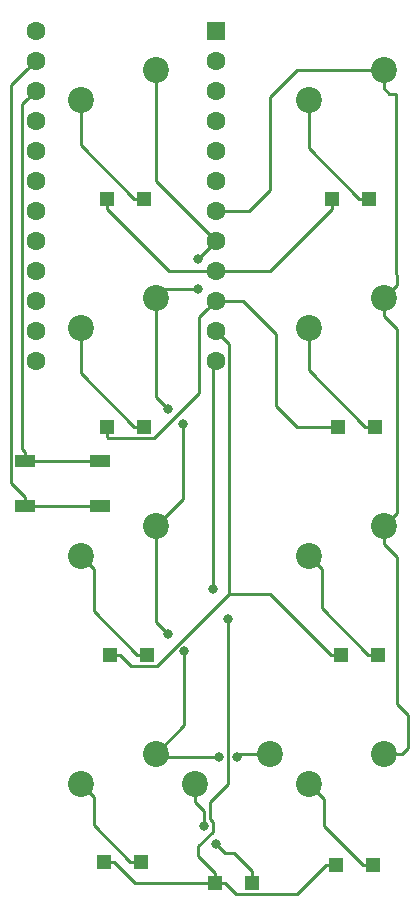
<source format=gbl>
G04 #@! TF.GenerationSoftware,KiCad,Pcbnew,(5.0.1)-3*
G04 #@! TF.CreationDate,2019-12-27T22:22:09+02:00*
G04 #@! TF.ProjectId,8Sticc_2u,3853746963635F32752E6B696361645F,rev?*
G04 #@! TF.SameCoordinates,Original*
G04 #@! TF.FileFunction,Copper,L2,Bot,Signal*
G04 #@! TF.FilePolarity,Positive*
%FSLAX46Y46*%
G04 Gerber Fmt 4.6, Leading zero omitted, Abs format (unit mm)*
G04 Created by KiCad (PCBNEW (5.0.1)-3) date 12/27/19 22:22:09*
%MOMM*%
%LPD*%
G01*
G04 APERTURE LIST*
G04 #@! TA.AperFunction,ComponentPad*
%ADD10C,2.200000*%
G04 #@! TD*
G04 #@! TA.AperFunction,SMDPad,CuDef*
%ADD11R,1.200000X1.200000*%
G04 #@! TD*
G04 #@! TA.AperFunction,SMDPad,CuDef*
%ADD12R,1.700000X1.000000*%
G04 #@! TD*
G04 #@! TA.AperFunction,ComponentPad*
%ADD13R,1.600000X1.600000*%
G04 #@! TD*
G04 #@! TA.AperFunction,ComponentPad*
%ADD14C,1.600000*%
G04 #@! TD*
G04 #@! TA.AperFunction,ViaPad*
%ADD15C,0.800000*%
G04 #@! TD*
G04 #@! TA.AperFunction,Conductor*
%ADD16C,0.250000*%
G04 #@! TD*
G04 APERTURE END LIST*
D10*
G04 #@! TO.P,K9,1*
G04 #@! TO.N,/COL0*
X123029750Y-128363750D03*
G04 #@! TO.P,K9,2*
G04 #@! TO.N,Net-(D9-Pad2)*
X116679750Y-130903750D03*
G04 #@! TD*
D11*
G04 #@! TO.P,D8,2*
G04 #@! TO.N,Net-(D8-Pad2)*
X131767750Y-137761750D03*
G04 #@! TO.P,D8,1*
G04 #@! TO.N,/ROW3*
X128617750Y-137761750D03*
G04 #@! TD*
D12*
G04 #@! TO.P,SW_RST1,1*
G04 #@! TO.N,Net-(MCU1-Pad23)*
X102353750Y-107403750D03*
X108653750Y-107403750D03*
G04 #@! TO.P,SW_RST1,2*
G04 #@! TO.N,Net-(MCU1-Pad22)*
X102353750Y-103603750D03*
X108653750Y-103603750D03*
G04 #@! TD*
D10*
G04 #@! TO.P,K4,2*
G04 #@! TO.N,Net-(D4-Pad2)*
X126331750Y-92295750D03*
G04 #@! TO.P,K4,1*
G04 #@! TO.N,Net-(K2-Pad1)*
X132681750Y-89755750D03*
G04 #@! TD*
D11*
G04 #@! TO.P,D7,1*
G04 #@! TO.N,/ROW3*
X109008750Y-137507750D03*
G04 #@! TO.P,D7,2*
G04 #@! TO.N,Net-(D7-Pad2)*
X112158750Y-137507750D03*
G04 #@! TD*
D10*
G04 #@! TO.P,K7,2*
G04 #@! TO.N,Net-(D7-Pad2)*
X107027750Y-130903750D03*
G04 #@! TO.P,K7,1*
G04 #@! TO.N,/COL0*
X113377750Y-128363750D03*
G04 #@! TD*
G04 #@! TO.P,K8,1*
G04 #@! TO.N,Net-(K2-Pad1)*
X132681750Y-128363750D03*
G04 #@! TO.P,K8,2*
G04 #@! TO.N,Net-(D8-Pad2)*
X126331750Y-130903750D03*
G04 #@! TD*
D11*
G04 #@! TO.P,D1,1*
G04 #@! TO.N,/ROW0*
X109262750Y-81373750D03*
G04 #@! TO.P,D1,2*
G04 #@! TO.N,Net-(D1-Pad2)*
X112412750Y-81373750D03*
G04 #@! TD*
G04 #@! TO.P,D2,2*
G04 #@! TO.N,Net-(D2-Pad2)*
X131462750Y-81373750D03*
G04 #@! TO.P,D2,1*
G04 #@! TO.N,/ROW0*
X128312750Y-81373750D03*
G04 #@! TD*
G04 #@! TO.P,D3,1*
G04 #@! TO.N,/ROW1*
X109262750Y-100677750D03*
G04 #@! TO.P,D3,2*
G04 #@! TO.N,Net-(D3-Pad2)*
X112412750Y-100677750D03*
G04 #@! TD*
G04 #@! TO.P,D4,2*
G04 #@! TO.N,Net-(D4-Pad2)*
X131970750Y-100677750D03*
G04 #@! TO.P,D4,1*
G04 #@! TO.N,/ROW1*
X128820750Y-100677750D03*
G04 #@! TD*
G04 #@! TO.P,D5,1*
G04 #@! TO.N,/ROW2*
X109516750Y-119981750D03*
G04 #@! TO.P,D5,2*
G04 #@! TO.N,Net-(D5-Pad2)*
X112666750Y-119981750D03*
G04 #@! TD*
G04 #@! TO.P,D6,2*
G04 #@! TO.N,Net-(D6-Pad2)*
X132224750Y-119981750D03*
G04 #@! TO.P,D6,1*
G04 #@! TO.N,/ROW2*
X129074750Y-119981750D03*
G04 #@! TD*
D13*
G04 #@! TO.P,MCU1,1*
G04 #@! TO.N,Net-(MCU1-Pad1)*
X118457750Y-67149750D03*
D14*
G04 #@! TO.P,MCU1,2*
G04 #@! TO.N,Net-(MCU1-Pad2)*
X118457750Y-69689750D03*
G04 #@! TO.P,MCU1,3*
G04 #@! TO.N,Net-(MCU1-Pad3)*
X118457750Y-72229750D03*
G04 #@! TO.P,MCU1,4*
G04 #@! TO.N,Net-(MCU1-Pad4)*
X118457750Y-74769750D03*
G04 #@! TO.P,MCU1,5*
G04 #@! TO.N,Net-(MCU1-Pad5)*
X118457750Y-77309750D03*
G04 #@! TO.P,MCU1,6*
G04 #@! TO.N,Net-(MCU1-Pad6)*
X118457750Y-79849750D03*
G04 #@! TO.P,MCU1,7*
G04 #@! TO.N,Net-(K2-Pad1)*
X118457750Y-82389750D03*
G04 #@! TO.P,MCU1,8*
G04 #@! TO.N,/COL0*
X118457750Y-84929750D03*
G04 #@! TO.P,MCU1,9*
G04 #@! TO.N,/ROW0*
X118457750Y-87469750D03*
G04 #@! TO.P,MCU1,10*
G04 #@! TO.N,/ROW1*
X118457750Y-90009750D03*
G04 #@! TO.P,MCU1,11*
G04 #@! TO.N,/ROW2*
X118457750Y-92549750D03*
G04 #@! TO.P,MCU1,12*
G04 #@! TO.N,/ROW3*
X118457750Y-95089750D03*
G04 #@! TO.P,MCU1,13*
G04 #@! TO.N,Net-(MCU1-Pad13)*
X103217750Y-95089750D03*
G04 #@! TO.P,MCU1,14*
G04 #@! TO.N,Net-(MCU1-Pad14)*
X103217750Y-92549750D03*
G04 #@! TO.P,MCU1,15*
G04 #@! TO.N,Net-(MCU1-Pad15)*
X103217750Y-90009750D03*
G04 #@! TO.P,MCU1,16*
G04 #@! TO.N,Net-(MCU1-Pad16)*
X103217750Y-87469750D03*
G04 #@! TO.P,MCU1,17*
G04 #@! TO.N,Net-(MCU1-Pad17)*
X103217750Y-84929750D03*
G04 #@! TO.P,MCU1,18*
G04 #@! TO.N,Net-(MCU1-Pad18)*
X103217750Y-82389750D03*
G04 #@! TO.P,MCU1,19*
G04 #@! TO.N,Net-(MCU1-Pad19)*
X103217750Y-79849750D03*
G04 #@! TO.P,MCU1,20*
G04 #@! TO.N,Net-(MCU1-Pad20)*
X103217750Y-77309750D03*
G04 #@! TO.P,MCU1,21*
G04 #@! TO.N,Net-(MCU1-Pad21)*
X103217750Y-74769750D03*
G04 #@! TO.P,MCU1,22*
G04 #@! TO.N,Net-(MCU1-Pad22)*
X103217750Y-72229750D03*
G04 #@! TO.P,MCU1,23*
G04 #@! TO.N,Net-(MCU1-Pad23)*
X103217750Y-69689750D03*
G04 #@! TO.P,MCU1,24*
G04 #@! TO.N,Net-(MCU1-Pad24)*
X103217750Y-67149750D03*
G04 #@! TD*
D10*
G04 #@! TO.P,K1,2*
G04 #@! TO.N,Net-(D1-Pad2)*
X107027750Y-72991750D03*
G04 #@! TO.P,K1,1*
G04 #@! TO.N,/COL0*
X113377750Y-70451750D03*
G04 #@! TD*
G04 #@! TO.P,K2,1*
G04 #@! TO.N,Net-(K2-Pad1)*
X132681750Y-70451750D03*
G04 #@! TO.P,K2,2*
G04 #@! TO.N,Net-(D2-Pad2)*
X126331750Y-72991750D03*
G04 #@! TD*
G04 #@! TO.P,K3,1*
G04 #@! TO.N,/COL0*
X113377750Y-89755750D03*
G04 #@! TO.P,K3,2*
G04 #@! TO.N,Net-(D3-Pad2)*
X107027750Y-92295750D03*
G04 #@! TD*
G04 #@! TO.P,K5,1*
G04 #@! TO.N,/COL0*
X113377750Y-109059750D03*
G04 #@! TO.P,K5,2*
G04 #@! TO.N,Net-(D5-Pad2)*
X107027750Y-111599750D03*
G04 #@! TD*
G04 #@! TO.P,K6,2*
G04 #@! TO.N,Net-(D6-Pad2)*
X126331750Y-111599750D03*
G04 #@! TO.P,K6,1*
G04 #@! TO.N,Net-(K2-Pad1)*
X132681750Y-109059750D03*
G04 #@! TD*
D11*
G04 #@! TO.P,D9,2*
G04 #@! TO.N,Net-(D9-Pad2)*
X121556750Y-139285750D03*
G04 #@! TO.P,D9,1*
G04 #@! TO.N,/ROW3*
X118406750Y-139285750D03*
G04 #@! TD*
D15*
G04 #@! TO.N,/ROW3*
X119473750Y-116933750D03*
X118203750Y-114393750D03*
G04 #@! TO.N,/COL0*
X116933750Y-86453750D03*
X116933750Y-88993750D03*
X114393750Y-99153750D03*
X115663750Y-100423750D03*
X114393750Y-118203750D03*
X115824404Y-119634404D03*
X120235750Y-128617750D03*
X118711750Y-128617750D03*
G04 #@! TO.N,Net-(D9-Pad2)*
X117441750Y-134459750D03*
X118457750Y-135983750D03*
G04 #@! TD*
D16*
G04 #@! TO.N,Net-(D1-Pad2)*
X111562750Y-81373750D02*
X112412750Y-81373750D01*
X107027750Y-76838750D02*
X111562750Y-81373750D01*
X107027750Y-72991750D02*
X107027750Y-76838750D01*
G04 #@! TO.N,Net-(D2-Pad2)*
X130612750Y-81373750D02*
X131462750Y-81373750D01*
X126331750Y-77092750D02*
X130612750Y-81373750D01*
X126331750Y-72991750D02*
X126331750Y-77092750D01*
G04 #@! TO.N,Net-(D3-Pad2)*
X111562750Y-100677750D02*
X112412750Y-100677750D01*
X107027750Y-96142750D02*
X111562750Y-100677750D01*
X107027750Y-92295750D02*
X107027750Y-96142750D01*
G04 #@! TO.N,Net-(D4-Pad2)*
X131120750Y-100677750D02*
X131970750Y-100677750D01*
X126331750Y-95888750D02*
X131120750Y-100677750D01*
X126331750Y-92295750D02*
X126331750Y-95888750D01*
G04 #@! TO.N,Net-(D5-Pad2)*
X111816750Y-119981750D02*
X112666750Y-119981750D01*
X108127749Y-116292749D02*
X111816750Y-119981750D01*
X108127749Y-112699749D02*
X108127749Y-116292749D01*
X107027750Y-111599750D02*
X108127749Y-112699749D01*
G04 #@! TO.N,Net-(D6-Pad2)*
X131374750Y-119981750D02*
X132224750Y-119981750D01*
X127431749Y-116038749D02*
X131374750Y-119981750D01*
X127431749Y-112699749D02*
X127431749Y-116038749D01*
X126331750Y-111599750D02*
X127431749Y-112699749D01*
G04 #@! TO.N,Net-(D7-Pad2)*
X107027750Y-130903750D02*
X108127749Y-132003749D01*
X108127749Y-132003749D02*
X108127749Y-134404749D01*
X111230750Y-137507750D02*
X112158750Y-137507750D01*
X108127749Y-134404749D02*
X111230750Y-137507750D01*
G04 #@! TO.N,Net-(D8-Pad2)*
X130917750Y-137761750D02*
X131767750Y-137761750D01*
X127601750Y-134445750D02*
X130917750Y-137761750D01*
X127601750Y-132173750D02*
X127601750Y-134445750D01*
X126331750Y-130903750D02*
X127601750Y-132173750D01*
G04 #@! TO.N,Net-(MCU1-Pad22)*
X102417751Y-73029749D02*
X103217750Y-72229750D01*
X102092749Y-73354751D02*
X102417751Y-73029749D01*
X102092749Y-102592749D02*
X102092749Y-73354751D01*
X102353750Y-102853750D02*
X102092749Y-102592749D01*
X102353750Y-103603750D02*
X102353750Y-102853750D01*
X107553750Y-103603750D02*
X102353750Y-103603750D01*
X108653750Y-103603750D02*
X107553750Y-103603750D01*
G04 #@! TO.N,Net-(MCU1-Pad23)*
X102417751Y-70489749D02*
X103217750Y-69689750D01*
X101178749Y-71728751D02*
X102417751Y-70489749D01*
X101178749Y-105478749D02*
X101178749Y-71728751D01*
X102353750Y-106653750D02*
X101178749Y-105478749D01*
X102353750Y-107403750D02*
X102353750Y-106653750D01*
X107553750Y-107403750D02*
X102353750Y-107403750D01*
X108653750Y-107403750D02*
X107553750Y-107403750D01*
G04 #@! TO.N,/ROW0*
X117326380Y-87469750D02*
X118457750Y-87469750D01*
X114508750Y-87469750D02*
X117326380Y-87469750D01*
X109262750Y-82223750D02*
X114508750Y-87469750D01*
X109262750Y-81373750D02*
X109262750Y-82223750D01*
X128312750Y-82223750D02*
X128312750Y-81373750D01*
X123066750Y-87469750D02*
X128312750Y-82223750D01*
X118457750Y-87469750D02*
X123066750Y-87469750D01*
G04 #@! TO.N,/ROW1*
X117657751Y-90809749D02*
X118457750Y-90009750D01*
X117092751Y-97782751D02*
X117092751Y-91374749D01*
X113272751Y-101602751D02*
X117092751Y-97782751D01*
X109337751Y-101602751D02*
X113272751Y-101602751D01*
X109262750Y-101527750D02*
X109337751Y-101602751D01*
X117092751Y-91374749D02*
X117657751Y-90809749D01*
X109262750Y-100677750D02*
X109262750Y-101527750D01*
X125315750Y-100677750D02*
X128820750Y-100677750D01*
X123537750Y-98899750D02*
X125315750Y-100677750D01*
X123537750Y-92803750D02*
X123537750Y-98899750D01*
X118457750Y-90009750D02*
X120743750Y-90009750D01*
X120743750Y-90009750D02*
X123537750Y-92803750D01*
G04 #@! TO.N,/ROW2*
X119257749Y-93349749D02*
X118457750Y-92549750D01*
X113526751Y-120906751D02*
X119582751Y-114850751D01*
X119582751Y-114850751D02*
X119582751Y-93674751D01*
X111291751Y-120906751D02*
X113526751Y-120906751D01*
X119582751Y-93674751D02*
X119257749Y-93349749D01*
X110366750Y-119981750D02*
X111291751Y-120906751D01*
X109516750Y-119981750D02*
X110366750Y-119981750D01*
X123093751Y-114850751D02*
X119582751Y-114850751D01*
X128224750Y-119981750D02*
X123093751Y-114850751D01*
X129074750Y-119981750D02*
X128224750Y-119981750D01*
G04 #@! TO.N,/ROW3*
X118203750Y-95343750D02*
X118457750Y-95089750D01*
X118203750Y-114393750D02*
X118203750Y-95343750D01*
X116991752Y-137020752D02*
X116991752Y-136237750D01*
X118406750Y-138435750D02*
X116991752Y-137020752D01*
X118406750Y-139285750D02*
X118406750Y-138435750D01*
X116991752Y-136237750D02*
X116991752Y-136179748D01*
X116991752Y-136179748D02*
X118203750Y-134967750D01*
X118203750Y-134148748D02*
X117949750Y-133894748D01*
X118203750Y-134967750D02*
X118203750Y-134148748D01*
X117949750Y-133894748D02*
X117949750Y-132427750D01*
X119473750Y-130903750D02*
X119473750Y-116933750D01*
X117949750Y-132427750D02*
X119473750Y-130903750D01*
X119256750Y-139285750D02*
X118406750Y-139285750D01*
X120181751Y-140210751D02*
X119256750Y-139285750D01*
X125318749Y-140210751D02*
X120181751Y-140210751D01*
X127767750Y-137761750D02*
X125318749Y-140210751D01*
X128617750Y-137761750D02*
X127767750Y-137761750D01*
X117556750Y-139285750D02*
X118406750Y-139285750D01*
X111636750Y-139285750D02*
X117556750Y-139285750D01*
X109858750Y-137507750D02*
X111636750Y-139285750D01*
X109008750Y-137507750D02*
X109858750Y-137507750D01*
G04 #@! TO.N,/COL0*
X113377750Y-79849750D02*
X118457750Y-84929750D01*
X113377750Y-70451750D02*
X113377750Y-79849750D01*
X118457750Y-84929750D02*
X116933750Y-86453750D01*
X114139750Y-88993750D02*
X113377750Y-89755750D01*
X116933750Y-88993750D02*
X114139750Y-88993750D01*
X113377750Y-89755750D02*
X113377750Y-98137750D01*
X113377750Y-98137750D02*
X114393750Y-99153750D01*
X115663750Y-106773750D02*
X113377750Y-109059750D01*
X115663750Y-100423750D02*
X115663750Y-106773750D01*
X113377750Y-109059750D02*
X113377750Y-117187750D01*
X113377750Y-117187750D02*
X114393750Y-118203750D01*
X115824404Y-119634404D02*
X115824404Y-125917096D01*
X115824404Y-125917096D02*
X113377750Y-128363750D01*
X123029750Y-128363750D02*
X120489750Y-128363750D01*
X120489750Y-128363750D02*
X120235750Y-128617750D01*
X113631750Y-128617750D02*
X113377750Y-128363750D01*
X118711750Y-128617750D02*
X113631750Y-128617750D01*
G04 #@! TO.N,Net-(K2-Pad1)*
X132681750Y-91311384D02*
X133781749Y-92411383D01*
X132681750Y-89755750D02*
X132681750Y-91311384D01*
X132681750Y-110615384D02*
X133781749Y-111715383D01*
X132681750Y-109059750D02*
X132681750Y-110615384D01*
X132681750Y-72007384D02*
X133158116Y-72483750D01*
X132681750Y-70451750D02*
X132681750Y-72007384D01*
X133158116Y-72483750D02*
X133697750Y-72483750D01*
X133697750Y-72483750D02*
X133697750Y-87723750D01*
X133781749Y-88655751D02*
X132681750Y-89755750D01*
X133781749Y-87807749D02*
X133781749Y-88655751D01*
X133697750Y-87723750D02*
X133781749Y-87807749D01*
X133781749Y-107959751D02*
X132681750Y-109059750D01*
X133781749Y-92411383D02*
X133781749Y-107959751D01*
X125315750Y-70451750D02*
X132681750Y-70451750D01*
X123029750Y-72737750D02*
X125315750Y-70451750D01*
X123029750Y-80611750D02*
X123029750Y-72737750D01*
X118457750Y-82389750D02*
X121251750Y-82389750D01*
X121251750Y-82389750D02*
X123029750Y-80611750D01*
X133781749Y-111715383D02*
X133781749Y-124129749D01*
X133781749Y-124129749D02*
X134713750Y-125061750D01*
X134237384Y-128363750D02*
X132681750Y-128363750D01*
X134713750Y-127887384D02*
X134237384Y-128363750D01*
X134713750Y-125061750D02*
X134713750Y-127887384D01*
G04 #@! TO.N,Net-(D9-Pad2)*
X117441750Y-133228748D02*
X117441750Y-134459750D01*
X116679750Y-130903750D02*
X116679750Y-132466748D01*
X116679750Y-132466748D02*
X117441750Y-133228748D01*
X118457750Y-135983750D02*
X119219750Y-136745750D01*
X119219750Y-136745750D02*
X119981750Y-136745750D01*
X121556750Y-138320750D02*
X121556750Y-139285750D01*
X119981750Y-136745750D02*
X121556750Y-138320750D01*
G04 #@! TD*
M02*

</source>
